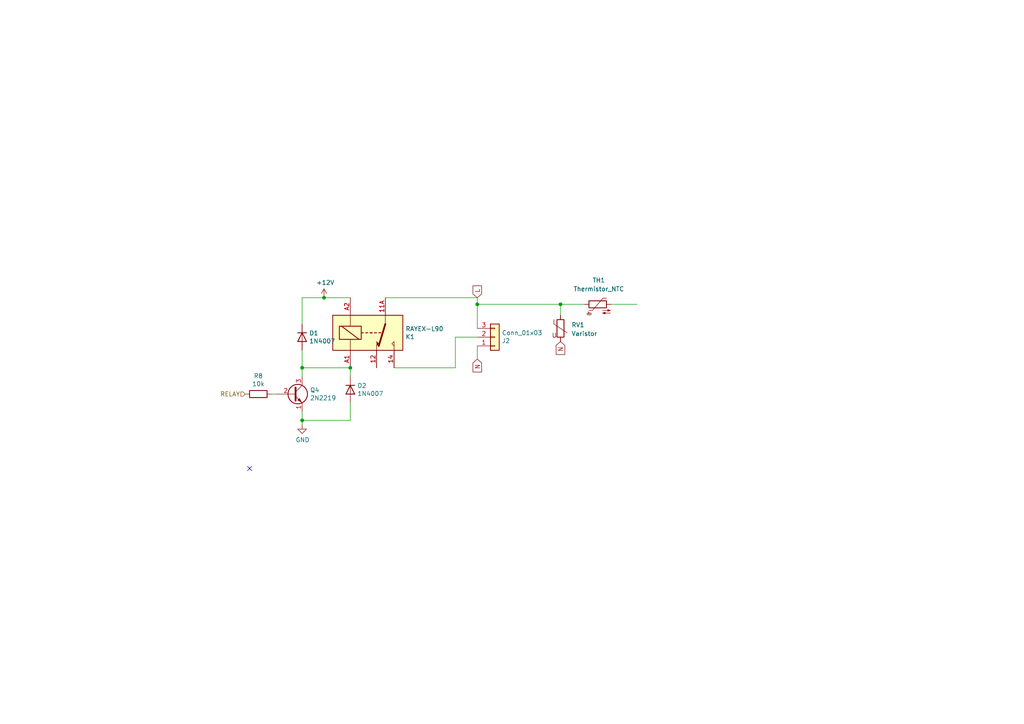
<source format=kicad_sch>
(kicad_sch (version 20230121) (generator eeschema)
  (paper "A4")
  (lib_symbols
    (symbol "Connector_Generic:Conn_01x03" (pin_names (offset 1.016) hide)
      (property "Reference" "J" (at 0 5.08 0))
      (property "Value" "Conn_01x03" (at 0 -5.08 0))
      (symbol "Conn_01x03_1_1"
        (rectangle (start -1.27 -2.413) (end 0 -2.667) (stroke (width 0.1524)))
        (rectangle (start -1.27 0.127) (end 0 -0.127) (stroke (width 0.1524)))
        (rectangle (start -1.27 2.667) (end 0 2.413) (stroke (width 0.1524)))
        (rectangle (start -1.27 3.81) (end 1.27 -3.81) (stroke (width 0.254)) (fill (type background)))
        (pin passive line (at -5.08 2.54 0) (length 3.81) (name "Pin_1") (number "1"))
        (pin passive line (at -5.08 0 0) (length 3.81) (name "Pin_2") (number "2"))
        (pin passive line (at -5.08 -2.54 0) (length 3.81) (name "Pin_3") (number "3"))
      )
    )
    (symbol "Device:R" (pin_numbers hide) (pin_names (offset 0))
      (property "Reference" "R" (at 2.032 0 90))
      (property "Value" "R" (at 0 0 90))
      (symbol "R_0_1"
        (rectangle (start -1.016 -2.54) (end 1.016 2.54) (stroke (width 0.254)))
      )
      (symbol "R_1_1"
        (pin passive line (at 0 3.81 270) (length 1.27) (name "~") (number "1"))
        (pin passive line (at 0 -3.81 90) (length 1.27) (name "~") (number "2"))
      )
    )
    (symbol "Device:Thermistor_NTC" (pin_numbers hide) (pin_names (offset 0))
      (property "Reference" "TH" (at -4.445 0 90))
      (property "Value" "Thermistor_NTC" (at 3.175 0 90))
      (symbol "Thermistor_NTC_0_1"
        (arc (start -3.048 2.159) (mid -3.0495 2.3143) (end -3.175 2.413))
        (arc (start -3.048 2.159) (mid -2.9736 1.9794) (end -2.794 1.905))
        (arc (start -3.048 2.794) (mid -2.9736 2.6144) (end -2.794 2.54))
        (arc (start -2.794 1.905) (mid -2.6144 1.9794) (end -2.54 2.159))
        (arc (start -2.794 2.54) (mid -2.4393 2.5587) (end -2.159 2.794))
        (arc (start -2.794 3.048) (mid -2.9736 2.9736) (end -3.048 2.794))
        (arc (start -2.54 2.794) (mid -2.6144 2.9736) (end -2.794 3.048))
        (rectangle (start -1.016 2.54) (end 1.016 -2.54) (stroke (width 0.254)))
        (polyline (pts (xy -2.54 2.159) (xy -2.54 2.794)))
        (polyline (pts (xy -1.778 2.54) (xy -1.778 1.524) (xy 1.778 -1.524) (xy 1.778 -2.54)))
        (polyline (pts (xy -2.54 -3.683) (xy -2.54 -1.397) (xy -2.794 -2.159) (xy -2.286 -2.159) (xy -2.54 -1.397) (xy -2.54 -1.651)) (fill (type outline)))
        (polyline (pts (xy -1.778 -1.397) (xy -1.778 -3.683) (xy -2.032 -2.921) (xy -1.524 -2.921) (xy -1.778 -3.683) (xy -1.778 -3.429)) (fill (type outline)))
      )
      (symbol "Thermistor_NTC_1_1"
        (pin passive line (at 0 3.81 270) (length 1.27) (name "~") (number "1"))
        (pin passive line (at 0 -3.81 90) (length 1.27) (name "~") (number "2"))
      )
    )
    (symbol "Device:Varistor" (pin_numbers hide) (pin_names (offset 0))
      (property "Reference" "RV" (at 3.175 0 90))
      (property "Value" "Varistor" (at -3.175 0 90))
      (symbol "Varistor_0_0"
        (text "U" (at -1.778 -2.032 0) (effects (font (size 1.27 1.27))))
      )
      (symbol "Varistor_0_1"
        (rectangle (start -1.016 -2.54) (end 1.016 2.54) (stroke (width 0.254)))
        (polyline (pts (xy -1.905 2.54) (xy -1.905 1.27) (xy 1.905 -1.27)))
      )
      (symbol "Varistor_1_1"
        (pin passive line (at 0 3.81 270) (length 1.27) (name "~") (number "1"))
        (pin passive line (at 0 -3.81 90) (length 1.27) (name "~") (number "2"))
      )
    )
    (symbol "Diode:1N4007" (pin_numbers hide) (pin_names (offset 1.016) hide)
      (property "Reference" "D" (at 0 2.54 0))
      (property "Value" "1N4007" (at 0 -2.54 0))
      (symbol "1N4007_0_1"
        (polyline (pts (xy -1.27 1.27) (xy -1.27 -1.27)) (stroke (width 0.254)))
        (polyline (pts (xy 1.27 0) (xy -1.27 0)))
        (polyline (pts (xy 1.27 1.27) (xy 1.27 -1.27) (xy -1.27 0) (xy 1.27 1.27)) (stroke (width 0.254)))
      )
      (symbol "1N4007_1_1"
        (pin passive line (at -3.81 0 0) (length 2.54) (name "K") (number "1"))
        (pin passive line (at 3.81 0 180) (length 2.54) (name "A") (number "2"))
      )
    )
    (symbol "Relay:RAYEX-L90"
      (property "Reference" "K" (at 11.43 3.81 0))
      (property "Value" "RAYEX-L90" (at 11.43 1.27 0))
      (symbol "RAYEX-L90_1_0"
        (polyline (pts (xy 2.54 3.81) (xy 2.54 5.08)))
        (polyline (pts (xy 7.62 3.81) (xy 7.62 5.08)))
        (polyline (pts (xy 7.62 3.81) (xy 7.62 2.54) (xy 6.985 3.175) (xy 7.62 3.81)))
      )
      (symbol "RAYEX-L90_1_1"
        (rectangle (start -10.16 5.08) (end 10.16 -5.08) (stroke (width 0.254)) (fill (type background)))
        (rectangle (start -8.255 1.905) (end -1.905 -1.905) (stroke (width 0.254)))
        (polyline (pts (xy -7.62 -1.905) (xy -2.54 1.905)) (stroke (width 0.254)))
        (polyline (pts (xy -5.08 -5.08) (xy -5.08 -1.905)))
        (polyline (pts (xy -5.08 5.08) (xy -5.08 1.905)))
        (polyline (pts (xy -1.905 0) (xy -1.27 0)) (stroke (width 0.254)))
        (polyline (pts (xy -0.635 0) (xy 0 0)) (stroke (width 0.254)))
        (polyline (pts (xy 0.635 0) (xy 1.27 0)) (stroke (width 0.254)))
        (polyline (pts (xy 0.635 0) (xy 1.27 0)) (stroke (width 0.254)))
        (polyline (pts (xy 1.905 0) (xy 2.54 0)) (stroke (width 0.254)))
        (polyline (pts (xy 3.175 0) (xy 3.81 0)) (stroke (width 0.254)))
        (polyline (pts (xy 5.08 -2.54) (xy 3.175 3.81)) (stroke (width 0.508)))
        (polyline (pts (xy 5.08 -2.54) (xy 5.08 -5.08)))
        (polyline (pts (xy 2.54 2.54) (xy 3.175 3.175) (xy 2.54 3.81)) (fill (type outline)))
        (pin passive line (at 5.08 -10.16 90) (length 5.08) (name "~") (number "11A"))
        (pin passive line (at 5.08 -10.16 90) (length 5.08) hide (name "~") (number "11B"))
        (pin passive line (at 2.54 10.16 270) (length 5.08) (name "~") (number "12"))
        (pin passive line (at 7.62 10.16 270) (length 5.08) (name "~") (number "14"))
        (pin passive line (at -5.08 10.16 270) (length 5.08) (name "~") (number "A1"))
        (pin passive line (at -5.08 -10.16 90) (length 5.08) (name "~") (number "A2"))
      )
    )
    (symbol "Transistor_BJT:2N2219" (pin_names (offset 0) hide)
      (property "Reference" "Q" (at 5.08 1.905 0))
      (property "Value" "2N2219" (at 5.08 0 0))
      (symbol "2N2219_0_1"
        (polyline (pts (xy 0.635 0.635) (xy 2.54 2.54)))
        (polyline (pts (xy 0.635 -0.635) (xy 2.54 -2.54) (xy 2.54 -2.54)))
        (polyline (pts (xy 0.635 1.905) (xy 0.635 -1.905) (xy 0.635 -1.905)) (stroke (width 0.508)))
        (polyline (pts (xy 1.27 -1.778) (xy 1.778 -1.27) (xy 2.286 -2.286) (xy 1.27 -1.778) (xy 1.27 -1.778)) (fill (type outline)))
        (circle (center 1.27 0) (radius 2.8194) (stroke (width 0.254)))
      )
      (symbol "2N2219_1_1"
        (pin passive line (at 2.54 -5.08 90) (length 2.54) (name "E") (number "1"))
        (pin passive line (at -5.08 0 0) (length 5.715) (name "B") (number "2"))
        (pin passive line (at 2.54 5.08 270) (length 2.54) (name "C") (number "3"))
      )
    )
    (symbol "power:+12V" (power) (pin_names (offset 0))
      (property "Value" "+12V" (at 0 3.556 0))
      (symbol "+12V_0_1"
        (polyline (pts (xy -0.762 1.27) (xy 0 2.54)))
        (polyline (pts (xy 0 0) (xy 0 2.54)))
        (polyline (pts (xy 0 2.54) (xy 0.762 1.27)))
      )
      (symbol "+12V_1_1"
        (pin power_in line (at 0 0 90) (length 0) hide (name "+12V") (number "1"))
      )
    )
    (symbol "power:GND" (power) (pin_names (offset 0))
      (property "Value" "GND" (at 0 -3.81 0))
      (symbol "GND_0_1"
        (polyline (pts (xy 0 0) (xy 0 -1.27) (xy 1.27 -1.27) (xy 0 -2.54) (xy -1.27 -1.27) (xy 0 -1.27)))
      )
      (symbol "GND_1_1"
        (pin power_in line (at 0 0 270) (length 0) hide (name "GND") (number "1"))
      )
    )
  )
  (junction (at 93.98 86.36))
  (junction (at 162.56 88.265))
  (junction (at 101.6 106.68))
  (junction (at 87.63 121.92))
  (junction (at 87.63 106.68))
  (junction (at 138.43 88.265))
  (no_connect (at 72.39 135.89))
  (wire (pts (xy 87.63 93.98) (xy 87.63 86.36)))
  (wire (pts (xy 93.98 86.36) (xy 101.6 86.36)))
  (wire (pts (xy 138.43 86.36) (xy 138.43 88.265)))
  (wire (pts (xy 101.6 121.92) (xy 87.63 121.92)))
  (wire (pts (xy 87.63 106.68) (xy 87.63 109.22)))
  (wire (pts (xy 87.63 119.38) (xy 87.63 121.92)))
  (wire (pts (xy 101.6 109.22) (xy 101.6 106.68)))
  (wire (pts (xy 114.3 106.68) (xy 132.08 106.68)))
  (wire (pts (xy 177.165 88.265) (xy 184.785 88.265)))
  (wire (pts (xy 87.63 101.6) (xy 87.63 106.68)))
  (wire (pts (xy 138.43 88.265) (xy 162.56 88.265)))
  (wire (pts (xy 101.6 116.84) (xy 101.6 121.92)))
  (wire (pts (xy 111.76 86.36) (xy 138.43 86.36)))
  (wire (pts (xy 138.43 104.14) (xy 138.43 100.33)))
  (wire (pts (xy 87.63 86.36) (xy 93.98 86.36)))
  (wire (pts (xy 162.56 88.265) (xy 169.545 88.265)))
  (wire (pts (xy 87.63 121.92) (xy 87.63 123.19)))
  (wire (pts (xy 138.43 88.265) (xy 138.43 95.25)))
  (wire (pts (xy 78.74 114.3) (xy 80.01 114.3)))
  (wire (pts (xy 132.08 106.68) (xy 132.08 97.79)))
  (wire (pts (xy 87.63 106.68) (xy 101.6 106.68)))
  (wire (pts (xy 162.56 88.265) (xy 162.56 91.44)))
  (wire (pts (xy 132.08 97.79) (xy 138.43 97.79)))
  (global_label "N" (shape input) (at 162.56 99.06 270) (property "Intersheetrefs" "${INTERSHEET_REFS}" (effects hide)))
  (global_label "L" (shape input) (at 138.43 86.36 90) (property "Intersheetrefs" "${INTERSHEET_REFS}" (effects hide)))
  (global_label "N" (shape input) (at 138.43 104.14 270) (property "Intersheetrefs" "${INTERSHEET_REFS}" (effects hide)))
  (hierarchical_label "RELAY" (shape input) (at 71.12 114.3 180))
  (symbol (lib_id "Relay:RAYEX-L90") (at 106.68 96.52 0) (mirror x) (unit 1)
    (property "Reference" "K1" (at 117.602 97.6884 0) (effects (justify left)))
    (property "Value" "RAYEX-L90" (at 117.602 95.377 0) (effects (justify left)))
    (property "Footprint" "Relay_THT:Relay_SPDT_RAYEX-L90" (effects hide))
    (property "Datasheet" "https://a3.sofastcdn.com/attachment/7jioKBjnRiiSrjrjknRiwS77gwbf3zmp/L90-SERIES.pdf" (effects hide))
  )
  (symbol (lib_id "Diode:1N4007") (at 87.63 97.79 270) (unit 1)
    (property "Reference" "D1" (at 89.662 96.6216 90) (effects (justify left)))
    (property "Value" "1N4007" (at 89.662 98.933 90) (effects (justify left)))
    (property "Footprint" "Diode_THT:D_DO-41_SOD81_P10.16mm_Horizontal" (effects hide))
    (property "Datasheet" "http://www.vishay.com/docs/88503/1n4001.pdf" (effects hide))
  )
  (symbol (lib_id "power:+12V") (at 93.98 86.36 0) (unit 1)
    (property "Reference" "#PWR011" (effects hide))
    (property "Value" "+12V" (at 94.361 81.9658 0))
  )
  (symbol (lib_id "Transistor_BJT:2N2219") (at 85.09 114.3 0) (unit 1)
    (property "Reference" "Q4" (at 89.916 113.1316 0) (effects (justify left)))
    (property "Value" "2N2219" (at 89.916 115.443 0) (effects (justify left)))
    (property "Footprint" "Package_TO_SOT_THT:TO-92_Inline_Wide" (effects hide))
    (property "Datasheet" "http://www.onsemi.com/pub_link/Collateral/2N2219-D.PDF" (effects hide))
  )
  (symbol (lib_id "power:GND") (at 87.63 123.19 0) (unit 1)
    (property "Reference" "#PWR010" (effects hide))
    (property "Value" "GND" (at 87.757 127.5842 0))
  )
  (symbol (lib_id "Device:R") (at 74.93 114.3 270) (unit 1)
    (property "Reference" "R8" (at 74.93 109.0422 90))
    (property "Value" "10k" (at 74.93 111.3536 90))
    (property "Footprint" "Resistor_THT:R_Axial_DIN0207_L6.3mm_D2.5mm_P10.16mm_Horizontal" (effects hide))
  )
  (symbol (lib_id "Diode:1N4007") (at 101.6 113.03 270) (unit 1)
    (property "Reference" "D2" (at 103.632 111.8616 90) (effects (justify left)))
    (property "Value" "1N4007" (at 103.632 114.173 90) (effects (justify left)))
    (property "Footprint" "Diode_THT:D_DO-41_SOD81_P10.16mm_Horizontal" (effects hide))
    (property "Datasheet" "http://www.vishay.com/docs/88503/1n4001.pdf" (effects hide))
  )
  (symbol (lib_id "Connector_Generic:Conn_01x03") (at 143.51 97.79 0) (mirror x) (unit 1)
    (property "Reference" "J2" (at 145.542 98.8568 0) (effects (justify left)))
    (property "Value" "Conn_01x03" (at 145.542 96.5454 0) (effects (justify left)))
    (property "Footprint" "TerminalBlock_MetzConnect:TerminalBlock_MetzConnect_Type175_RT02703HBLC_1x03_P7.50mm_Horizontal" (effects hide))
  )
  (symbol (lib_id "Device:Thermistor_NTC") (at 173.355 88.265 90) (unit 1) (in_bom no)
    (property "Reference" "TH1" (at 173.6725 81.28 90))
    (property "Value" "Thermistor_NTC" (at 173.6725 83.82 90))
    (property "Footprint" "Resistor_THT:R_Axial_DIN0411_L9.9mm_D3.6mm_P7.62mm_Vertical" (effects hide))
  )
  (symbol (lib_id "Device:Varistor") (at 162.56 95.25 0) (unit 1) (in_bom no)
    (property "Reference" "RV1" (at 165.735 94.2331 0) (effects (justify left)))
    (property "Value" "Varistor" (at 165.735 96.7731 0) (effects (justify left)))
    (property "Footprint" "Resistor_THT:R_Axial_DIN0411_L9.9mm_D3.6mm_P20.32mm_Horizontal" (effects hide))
  )
)
</source>
